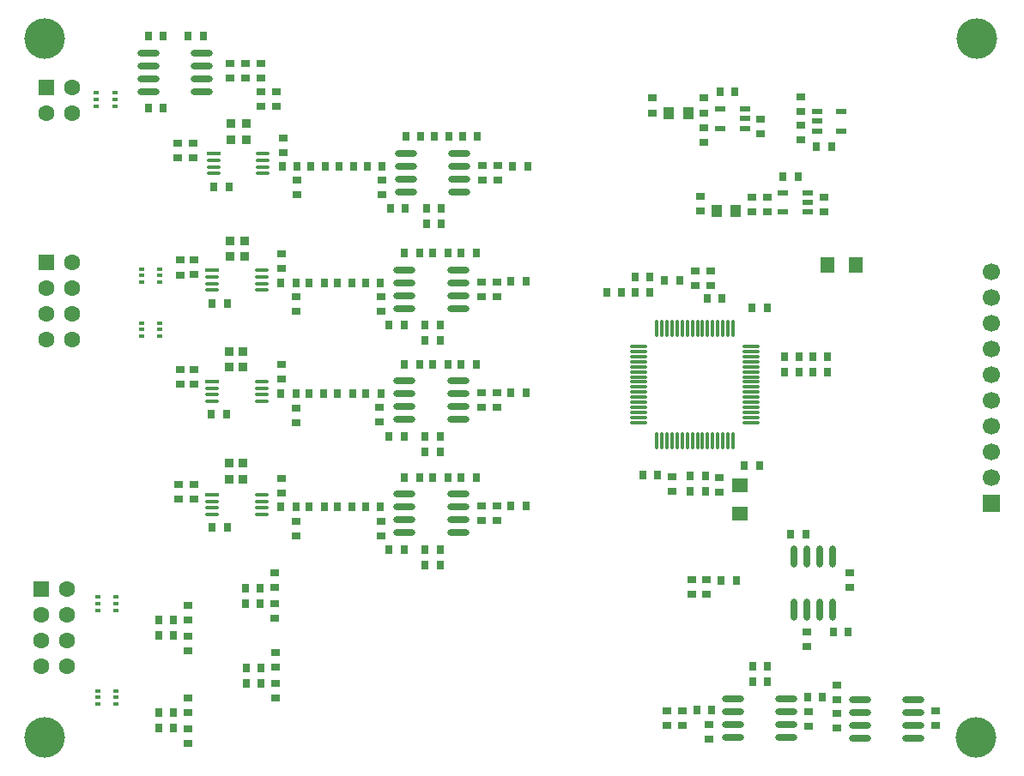
<source format=gts>
G04*
G04 #@! TF.GenerationSoftware,Altium Limited,Altium Designer,22.0.2 (36)*
G04*
G04 Layer_Color=8388736*
%FSLAX25Y25*%
%MOIN*%
G70*
G04*
G04 #@! TF.SameCoordinates,8A9B01F1-EDD2-4DB2-B9E0-C6938A593893*
G04*
G04*
G04 #@! TF.FilePolarity,Negative*
G04*
G01*
G75*
%ADD18R,0.03347X0.02953*%
%ADD19R,0.03347X0.03543*%
%ADD20O,0.05512X0.01200*%
%ADD21R,0.05512X0.01200*%
%ADD22R,0.02953X0.03347*%
%ADD23O,0.07087X0.01181*%
%ADD24O,0.01181X0.07087*%
%ADD25O,0.08661X0.02362*%
%ADD26R,0.06496X0.05512*%
%ADD27R,0.05512X0.06496*%
%ADD28R,0.03937X0.05118*%
%ADD29R,0.04134X0.02362*%
%ADD30O,0.02362X0.08661*%
%ADD31R,0.02165X0.01378*%
%ADD32C,0.06693*%
%ADD33R,0.06693X0.06693*%
%ADD34C,0.06299*%
%ADD35R,0.06299X0.06299*%
%ADD36C,0.15748*%
D18*
X456000Y121354D02*
D03*
Y115646D02*
D03*
X194000Y372854D02*
D03*
Y367146D02*
D03*
X188000Y372854D02*
D03*
Y367146D02*
D03*
X182000Y367146D02*
D03*
Y372854D02*
D03*
X194000Y361854D02*
D03*
Y356146D02*
D03*
X200000Y361854D02*
D03*
Y356146D02*
D03*
X367000Y166500D02*
D03*
Y172209D02*
D03*
X361082Y166512D02*
D03*
Y172221D02*
D03*
X353500Y212209D02*
D03*
Y206500D02*
D03*
X372000Y211854D02*
D03*
Y206146D02*
D03*
X368500Y286646D02*
D03*
Y292354D02*
D03*
X162000Y209354D02*
D03*
Y203646D02*
D03*
X162500Y253854D02*
D03*
Y248146D02*
D03*
X162458Y296466D02*
D03*
Y290757D02*
D03*
X161500Y341854D02*
D03*
Y336146D02*
D03*
X388000Y351354D02*
D03*
Y345646D02*
D03*
X346000Y359468D02*
D03*
Y353759D02*
D03*
X366000Y347868D02*
D03*
Y342159D02*
D03*
Y359468D02*
D03*
Y353759D02*
D03*
X362500Y292354D02*
D03*
Y286646D02*
D03*
X406000Y146146D02*
D03*
Y151854D02*
D03*
X357500Y121354D02*
D03*
Y115646D02*
D03*
X351500Y121354D02*
D03*
Y115646D02*
D03*
X368000Y115854D02*
D03*
Y110146D02*
D03*
X406500Y115146D02*
D03*
Y120854D02*
D03*
X417500Y131354D02*
D03*
Y125646D02*
D03*
Y114646D02*
D03*
Y120354D02*
D03*
X412500Y320868D02*
D03*
Y315159D02*
D03*
X364500Y315514D02*
D03*
Y321222D02*
D03*
X384500Y315159D02*
D03*
Y320868D02*
D03*
X390500D02*
D03*
Y315159D02*
D03*
X403500Y354132D02*
D03*
Y359841D02*
D03*
Y343132D02*
D03*
Y348841D02*
D03*
X165500Y150354D02*
D03*
Y144646D02*
D03*
Y162354D02*
D03*
Y156646D02*
D03*
X199248Y162947D02*
D03*
Y157238D02*
D03*
X199146Y174854D02*
D03*
Y169146D02*
D03*
X165500Y114354D02*
D03*
Y108646D02*
D03*
Y126354D02*
D03*
Y120646D02*
D03*
X285500Y244854D02*
D03*
Y239146D02*
D03*
X207500Y233291D02*
D03*
Y239000D02*
D03*
X168000Y253854D02*
D03*
Y248146D02*
D03*
X285500Y200854D02*
D03*
Y195146D02*
D03*
X207500Y189291D02*
D03*
Y195000D02*
D03*
X168000Y209354D02*
D03*
Y203646D02*
D03*
X279500Y239146D02*
D03*
Y244854D02*
D03*
X240000Y233646D02*
D03*
Y239354D02*
D03*
X202000Y255854D02*
D03*
Y250146D02*
D03*
X279500Y195146D02*
D03*
Y200854D02*
D03*
X240500Y189291D02*
D03*
Y195000D02*
D03*
X202000Y211709D02*
D03*
Y206000D02*
D03*
X202500Y343854D02*
D03*
Y338146D02*
D03*
X241000Y321791D02*
D03*
Y327500D02*
D03*
X280000Y327646D02*
D03*
Y333354D02*
D03*
X167500Y341854D02*
D03*
Y336146D02*
D03*
X208000Y321791D02*
D03*
Y327500D02*
D03*
X286000Y333354D02*
D03*
Y327646D02*
D03*
X202000Y298917D02*
D03*
Y293209D02*
D03*
X240500Y276500D02*
D03*
Y282209D02*
D03*
X279500Y282354D02*
D03*
Y288063D02*
D03*
X168000Y296563D02*
D03*
Y290854D02*
D03*
X207500Y276500D02*
D03*
Y282209D02*
D03*
X285500Y288063D02*
D03*
Y282354D02*
D03*
X199500Y131854D02*
D03*
Y126146D02*
D03*
Y143854D02*
D03*
Y138146D02*
D03*
X422500Y174854D02*
D03*
Y169146D02*
D03*
D19*
X187500Y304051D02*
D03*
Y297949D02*
D03*
X182000Y297949D02*
D03*
Y304051D02*
D03*
X187000Y261052D02*
D03*
Y254949D02*
D03*
X181500Y254948D02*
D03*
Y261051D02*
D03*
X188203Y343401D02*
D03*
Y349503D02*
D03*
X182203Y349502D02*
D03*
Y343400D02*
D03*
X187000Y211449D02*
D03*
Y217551D02*
D03*
X181500Y217551D02*
D03*
Y211449D02*
D03*
D20*
X174854Y244220D02*
D03*
X194146Y249339D02*
D03*
Y246779D02*
D03*
Y244220D02*
D03*
Y241661D02*
D03*
X174854D02*
D03*
Y246779D02*
D03*
Y202780D02*
D03*
Y197661D02*
D03*
X194146D02*
D03*
Y200220D02*
D03*
Y202780D02*
D03*
Y205339D02*
D03*
X174854Y200220D02*
D03*
X175354Y335279D02*
D03*
Y330161D02*
D03*
X194646D02*
D03*
Y332720D02*
D03*
Y335279D02*
D03*
Y337839D02*
D03*
X175354Y332720D02*
D03*
X174854Y289988D02*
D03*
Y284870D02*
D03*
X194146D02*
D03*
Y287429D02*
D03*
Y289988D02*
D03*
Y292547D02*
D03*
X174854Y287429D02*
D03*
D21*
Y249339D02*
D03*
Y205339D02*
D03*
X175354Y337839D02*
D03*
X174854Y292547D02*
D03*
D22*
X384646Y278000D02*
D03*
X390560Y138497D02*
D03*
X384852D02*
D03*
X390500Y132500D02*
D03*
X384791D02*
D03*
X378354Y172000D02*
D03*
X372646D02*
D03*
X342146Y213000D02*
D03*
X347854D02*
D03*
X360646Y212500D02*
D03*
X366354D02*
D03*
X360646Y206500D02*
D03*
X366354D02*
D03*
X381646Y216500D02*
D03*
X387354D02*
D03*
X414000Y259000D02*
D03*
X408291D02*
D03*
X402854D02*
D03*
X397146D02*
D03*
X413854Y253000D02*
D03*
X408146D02*
D03*
X402854D02*
D03*
X397146D02*
D03*
X390354Y278000D02*
D03*
X367146Y281500D02*
D03*
X372854D02*
D03*
X344854Y284000D02*
D03*
X339146D02*
D03*
X339291Y290000D02*
D03*
X345000D02*
D03*
X328146Y284000D02*
D03*
X333854D02*
D03*
X155854Y355500D02*
D03*
X150146D02*
D03*
X165646Y383500D02*
D03*
X171354D02*
D03*
X150146D02*
D03*
X155854D02*
D03*
X255354Y256000D02*
D03*
X249646D02*
D03*
X356354Y288500D02*
D03*
X350646D02*
D03*
X411854Y126500D02*
D03*
X406146D02*
D03*
X368854Y121500D02*
D03*
X363146D02*
D03*
X396646Y329014D02*
D03*
X402354D02*
D03*
X372146Y362014D02*
D03*
X377854D02*
D03*
X409646Y340486D02*
D03*
X415354D02*
D03*
X154146Y150500D02*
D03*
X159854D02*
D03*
X154146Y156500D02*
D03*
X159854D02*
D03*
X187791Y163000D02*
D03*
X193500D02*
D03*
X187791Y169000D02*
D03*
X193500D02*
D03*
X188146Y138000D02*
D03*
X193854D02*
D03*
X188146Y132000D02*
D03*
X193854D02*
D03*
X154146Y114500D02*
D03*
X159854D02*
D03*
X154146Y120500D02*
D03*
X159854D02*
D03*
X240354Y244500D02*
D03*
X234646D02*
D03*
X229354D02*
D03*
X223646D02*
D03*
X266354Y256000D02*
D03*
X260646D02*
D03*
X296709Y245000D02*
D03*
X291000D02*
D03*
X263354Y228000D02*
D03*
X257646D02*
D03*
X240209Y200500D02*
D03*
X234500D02*
D03*
X229209D02*
D03*
X223500D02*
D03*
X266354Y212000D02*
D03*
X260646D02*
D03*
X296709Y201000D02*
D03*
X291000D02*
D03*
X263354Y184000D02*
D03*
X257646D02*
D03*
X180354Y236500D02*
D03*
X174646D02*
D03*
X249354Y228000D02*
D03*
X243646D02*
D03*
X212500Y244500D02*
D03*
X218209D02*
D03*
X201646D02*
D03*
X207354D02*
D03*
X271646Y256000D02*
D03*
X277354D02*
D03*
X257646Y222000D02*
D03*
X263354D02*
D03*
X180709Y192500D02*
D03*
X175000D02*
D03*
X249354Y184000D02*
D03*
X243646D02*
D03*
X212646Y200500D02*
D03*
X218354D02*
D03*
X201646D02*
D03*
X207354D02*
D03*
X249646Y212000D02*
D03*
X255354D02*
D03*
X271646D02*
D03*
X277354D02*
D03*
X257646Y178000D02*
D03*
X263354D02*
D03*
X258146Y310500D02*
D03*
X263854D02*
D03*
X272146Y344500D02*
D03*
X277854D02*
D03*
X250146D02*
D03*
X255854D02*
D03*
X202146Y333000D02*
D03*
X207854D02*
D03*
X213146D02*
D03*
X218854D02*
D03*
X249854Y316500D02*
D03*
X244146D02*
D03*
X181354Y325000D02*
D03*
X175646D02*
D03*
X263854Y316500D02*
D03*
X258146D02*
D03*
X297354Y333000D02*
D03*
X291646D02*
D03*
X266854Y344500D02*
D03*
X261146D02*
D03*
X229854Y333000D02*
D03*
X224146D02*
D03*
X240854D02*
D03*
X235146D02*
D03*
X257646Y265209D02*
D03*
X263354D02*
D03*
X271646Y299209D02*
D03*
X277354D02*
D03*
X249646D02*
D03*
X255354D02*
D03*
X201646Y287709D02*
D03*
X207354D02*
D03*
X212646D02*
D03*
X218354D02*
D03*
X249354Y271209D02*
D03*
X243646D02*
D03*
X180709Y279709D02*
D03*
X175000D02*
D03*
X263354Y271209D02*
D03*
X257646D02*
D03*
X296709Y288209D02*
D03*
X291000D02*
D03*
X266354Y299209D02*
D03*
X260646D02*
D03*
X229209Y287709D02*
D03*
X223500D02*
D03*
X240209D02*
D03*
X234500D02*
D03*
X405354Y190000D02*
D03*
X399646D02*
D03*
X416146Y152000D02*
D03*
X421854D02*
D03*
D23*
X384240Y262913D02*
D03*
Y237323D02*
D03*
Y260945D02*
D03*
Y258976D02*
D03*
Y257008D02*
D03*
Y255039D02*
D03*
Y253071D02*
D03*
Y251102D02*
D03*
Y249134D02*
D03*
Y247165D02*
D03*
Y245197D02*
D03*
Y243228D02*
D03*
Y241260D02*
D03*
Y239291D02*
D03*
Y235354D02*
D03*
Y233386D02*
D03*
X340539D02*
D03*
Y235354D02*
D03*
Y237323D02*
D03*
Y239291D02*
D03*
Y241260D02*
D03*
Y243228D02*
D03*
Y245197D02*
D03*
Y247165D02*
D03*
Y249134D02*
D03*
Y251102D02*
D03*
Y253071D02*
D03*
Y255039D02*
D03*
Y257008D02*
D03*
Y258976D02*
D03*
Y260945D02*
D03*
Y262913D02*
D03*
D24*
X375185Y270000D02*
D03*
X347626D02*
D03*
X349594D02*
D03*
X351563D02*
D03*
X353532D02*
D03*
X355500D02*
D03*
X357469D02*
D03*
X359437D02*
D03*
X361405D02*
D03*
X363374D02*
D03*
X365342D02*
D03*
X367311D02*
D03*
X369280D02*
D03*
X371248D02*
D03*
X373217D02*
D03*
X377153D02*
D03*
Y226299D02*
D03*
X375185D02*
D03*
X373217D02*
D03*
X371248D02*
D03*
X369280D02*
D03*
X367311D02*
D03*
X365342D02*
D03*
X363374D02*
D03*
X361405D02*
D03*
X359437D02*
D03*
X357469D02*
D03*
X355500D02*
D03*
X353532D02*
D03*
X351563D02*
D03*
X349594D02*
D03*
X347626D02*
D03*
D25*
X447269Y110592D02*
D03*
Y115593D02*
D03*
Y120592D02*
D03*
Y125593D02*
D03*
X426372Y110592D02*
D03*
Y115593D02*
D03*
Y120592D02*
D03*
Y125593D02*
D03*
X170949Y362000D02*
D03*
Y367000D02*
D03*
Y372000D02*
D03*
Y377000D02*
D03*
X150051Y362000D02*
D03*
Y367000D02*
D03*
Y372000D02*
D03*
Y377000D02*
D03*
X270949Y323000D02*
D03*
Y328000D02*
D03*
Y333000D02*
D03*
Y338000D02*
D03*
X250051Y323000D02*
D03*
Y328000D02*
D03*
Y333000D02*
D03*
Y338000D02*
D03*
X270449Y234500D02*
D03*
Y239500D02*
D03*
Y244500D02*
D03*
Y249500D02*
D03*
X249551Y234500D02*
D03*
Y239500D02*
D03*
Y244500D02*
D03*
Y249500D02*
D03*
X397949Y111000D02*
D03*
Y116000D02*
D03*
Y121000D02*
D03*
Y126000D02*
D03*
X377051Y111000D02*
D03*
Y116000D02*
D03*
Y121000D02*
D03*
Y126000D02*
D03*
X249551Y205500D02*
D03*
Y200500D02*
D03*
Y195500D02*
D03*
Y190500D02*
D03*
X270449Y205500D02*
D03*
Y200500D02*
D03*
Y195500D02*
D03*
Y190500D02*
D03*
X249551Y292709D02*
D03*
Y287709D02*
D03*
Y282709D02*
D03*
Y277709D02*
D03*
X270449Y292709D02*
D03*
Y287709D02*
D03*
Y282709D02*
D03*
Y277709D02*
D03*
D26*
X380000Y197988D02*
D03*
Y209012D02*
D03*
D27*
X425012Y294500D02*
D03*
X413988D02*
D03*
D28*
X359740Y353614D02*
D03*
X352260D02*
D03*
X370760Y315514D02*
D03*
X378240D02*
D03*
D29*
X381724Y347773D02*
D03*
Y351514D02*
D03*
Y355254D02*
D03*
X372276D02*
D03*
Y347773D02*
D03*
X396595Y315273D02*
D03*
Y322754D02*
D03*
X406043D02*
D03*
Y319014D02*
D03*
Y315273D02*
D03*
X419224Y354227D02*
D03*
Y346746D02*
D03*
X409776D02*
D03*
Y350486D02*
D03*
Y354227D02*
D03*
D30*
X401000Y160551D02*
D03*
X406000D02*
D03*
X411000D02*
D03*
X416000D02*
D03*
X401000Y181449D02*
D03*
X406000D02*
D03*
X411000D02*
D03*
X416000D02*
D03*
D31*
X137142Y356441D02*
D03*
Y359000D02*
D03*
Y361559D02*
D03*
X129858D02*
D03*
Y359000D02*
D03*
Y356441D02*
D03*
X154642Y287941D02*
D03*
Y290500D02*
D03*
Y293059D02*
D03*
X147358D02*
D03*
Y290500D02*
D03*
Y287941D02*
D03*
X154642Y266941D02*
D03*
Y269500D02*
D03*
Y272059D02*
D03*
X147358D02*
D03*
Y269500D02*
D03*
Y266941D02*
D03*
X137642Y160441D02*
D03*
Y163000D02*
D03*
Y165559D02*
D03*
X130358D02*
D03*
Y163000D02*
D03*
Y160441D02*
D03*
X137642Y123941D02*
D03*
Y126500D02*
D03*
Y129059D02*
D03*
X130358D02*
D03*
Y126500D02*
D03*
Y123941D02*
D03*
D32*
X477500Y292000D02*
D03*
Y272000D02*
D03*
Y262000D02*
D03*
Y212000D02*
D03*
Y222000D02*
D03*
Y232000D02*
D03*
Y242000D02*
D03*
Y252000D02*
D03*
Y282000D02*
D03*
D33*
Y202000D02*
D03*
D34*
X120500Y353500D02*
D03*
X110500D02*
D03*
X120500Y363500D02*
D03*
X108500Y138500D02*
D03*
X118500D02*
D03*
Y148500D02*
D03*
X108500D02*
D03*
X118500Y158500D02*
D03*
X108500D02*
D03*
X118500Y168500D02*
D03*
X110500Y265500D02*
D03*
X120500D02*
D03*
Y275500D02*
D03*
X110500D02*
D03*
X120500Y285500D02*
D03*
X110500D02*
D03*
X120500Y295500D02*
D03*
D35*
X110500Y363500D02*
D03*
X108500Y168500D02*
D03*
X110500Y295500D02*
D03*
D36*
X109868Y382673D02*
D03*
X109866Y111044D02*
D03*
X471611Y111012D02*
D03*
X471685Y382701D02*
D03*
M02*

</source>
